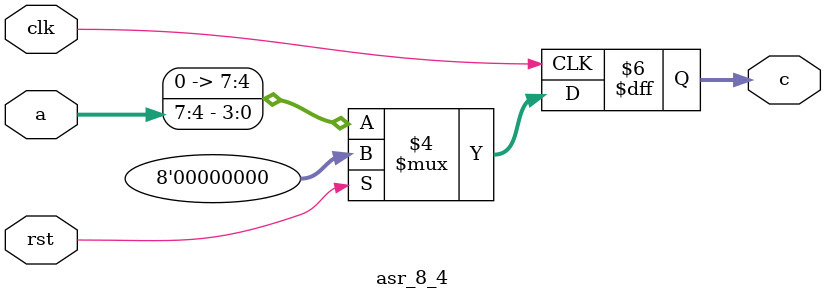
<source format=v>
module asr_8_4(
    a,
    c,
    clk,
    rst
);

input [7:0] a;
input clk, rst;
output [7:0] c;

always @ ( posedge clk )
begin
    case(rst)
        0: c = a >>> 4;
        default: c = 0;
    endcase
end

endmodule

</source>
